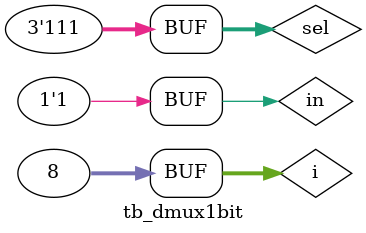
<source format=v>
`include "src/multiplexing/dmux.v"

module tb_dmux2;
  parameter BUS_WIDTH = 1;
  wire [BUS_WIDTH-1:0] out [1:0];
  reg [BUS_WIDTH-1:0] in;
  reg sel;

  dmux2 #(.BUS_WIDTH(BUS_WIDTH)) dmux2(out[0], out[1], in, sel);

  integer i;
  initial begin
    $dumpfile("dmux.vcd");
    $dumpvars(0, tb_dmux2);

    for (i = 0; i < 2; i = i + 1) begin
      in = i;
      sel = i;
      #10;
    end
    #10;
  end
endmodule


module tb_dmux4;
  parameter BUS_WIDTH = 2;
  wire [BUS_WIDTH-1:0] out [3:0];
  reg [BUS_WIDTH-1:0] in;
  reg [1:0] sel;

  dmux4 #(.BUS_WIDTH(BUS_WIDTH)) dmux4(out[0], out[1], out[2], out[3], in, sel);

  integer i;
  initial begin
    $dumpfile("dmux.vcd");
    $dumpvars(0, tb_dmux4);

    for (i = 0; i < 4; i = i + 1) begin
      in = i;
      sel = i;
      #10;
    end
    #10;
  end
endmodule

module tb_dmux8;
  parameter BUS_WIDTH = 3;
  wire [BUS_WIDTH-1:0] out [7:0];
  reg [BUS_WIDTH-1:0] in;
  reg [2:0] sel;

  dmux8 #(.BUS_WIDTH(BUS_WIDTH)) dmux8(
    out[0], out[1], out[2], out[3],
    out[4], out[5], out[6], out[7],
    in, sel
  );

  integer i;
  initial begin
    $dumpfile("dmux.vcd");
    $dumpvars(0, tb_dmux8);

    for (i = 0; i < 8; i = i + 1) begin
      in = i;
      sel = i;
      #10;
    end
    #10;
  end
endmodule

module tb_dmux16;
  parameter BUS_WIDTH = 4;
  wire [BUS_WIDTH-1:0] out [15:0];
  reg [BUS_WIDTH-1:0] in;
  reg [3:0] sel;

  dmux16 #(.BUS_WIDTH(BUS_WIDTH)) dmux16(
    out[0], out[1], out[2], out[3],
    out[4], out[5], out[6], out[7],
    out[8], out[9], out[10], out[11],
    out[12], out[13], out[14], out[15],
    in, sel
  );

  integer i;
  initial begin
    $dumpfile("dmux.vcd");
    $dumpvars(0, tb_dmux16);

    for (i = 0; i < 16; i = i + 1) begin
      sel = i;
      in = i;
      #10;
    end
    #10;
  end
endmodule

module tb_dmux1bit;
  parameter NB_SEL = 3;

  reg in;
  reg [NB_SEL-1:0] sel;
  wire [2 ** NB_SEL-1:0] outputs;

  dmux1bit #(.NB_SEL(NB_SEL)) dmux0(outputs, sel, in);

  integer i;
  initial begin
    $dumpfile("dmux.vcd");
    $dumpvars(0, tb_dmux1bit);
    in = 1; #10;
    for (i = 0; i < 2 ** NB_SEL; i = i + 1) begin
      sel = i;
      #10;
    end
  end
endmodule
</source>
